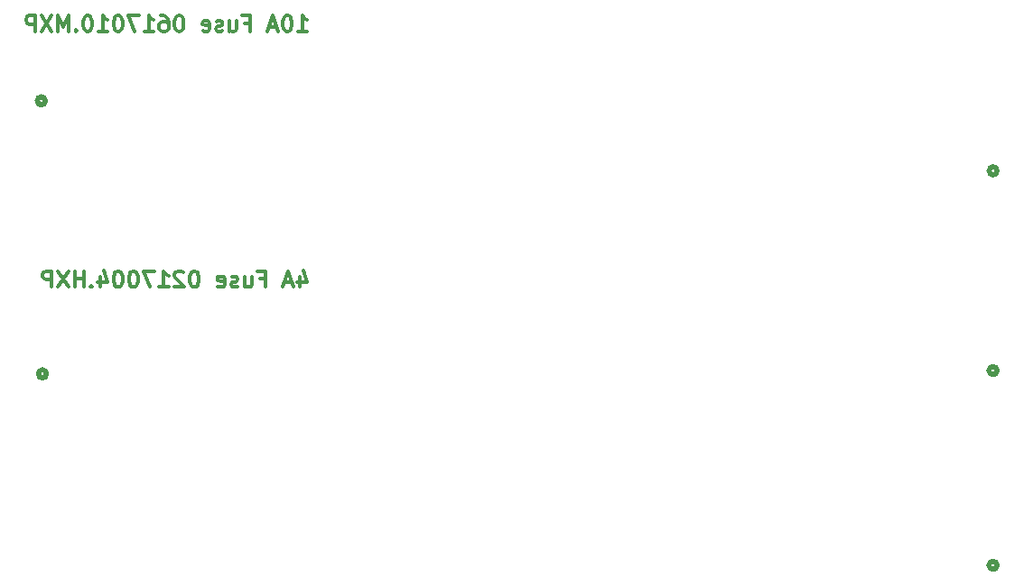
<source format=gbr>
%TF.GenerationSoftware,KiCad,Pcbnew,7.0.8*%
%TF.CreationDate,2024-04-29T16:46:22-06:00*%
%TF.ProjectId,GR-LRR-POWER-PCB-LOW-VOLTAGE,47522d4c-5252-42d5-904f-5745522d5043,rev?*%
%TF.SameCoordinates,Original*%
%TF.FileFunction,Legend,Bot*%
%TF.FilePolarity,Positive*%
%FSLAX46Y46*%
G04 Gerber Fmt 4.6, Leading zero omitted, Abs format (unit mm)*
G04 Created by KiCad (PCBNEW 7.0.8) date 2024-04-29 16:46:22*
%MOMM*%
%LPD*%
G01*
G04 APERTURE LIST*
%ADD10C,0.300000*%
%ADD11C,0.508000*%
G04 APERTURE END LIST*
D10*
X150285774Y-109852828D02*
X151142917Y-109852828D01*
X150714346Y-109852828D02*
X150714346Y-108352828D01*
X150714346Y-108352828D02*
X150857203Y-108567114D01*
X150857203Y-108567114D02*
X151000060Y-108709971D01*
X151000060Y-108709971D02*
X151142917Y-108781400D01*
X149357203Y-108352828D02*
X149214346Y-108352828D01*
X149214346Y-108352828D02*
X149071489Y-108424257D01*
X149071489Y-108424257D02*
X149000061Y-108495685D01*
X149000061Y-108495685D02*
X148928632Y-108638542D01*
X148928632Y-108638542D02*
X148857203Y-108924257D01*
X148857203Y-108924257D02*
X148857203Y-109281400D01*
X148857203Y-109281400D02*
X148928632Y-109567114D01*
X148928632Y-109567114D02*
X149000061Y-109709971D01*
X149000061Y-109709971D02*
X149071489Y-109781400D01*
X149071489Y-109781400D02*
X149214346Y-109852828D01*
X149214346Y-109852828D02*
X149357203Y-109852828D01*
X149357203Y-109852828D02*
X149500061Y-109781400D01*
X149500061Y-109781400D02*
X149571489Y-109709971D01*
X149571489Y-109709971D02*
X149642918Y-109567114D01*
X149642918Y-109567114D02*
X149714346Y-109281400D01*
X149714346Y-109281400D02*
X149714346Y-108924257D01*
X149714346Y-108924257D02*
X149642918Y-108638542D01*
X149642918Y-108638542D02*
X149571489Y-108495685D01*
X149571489Y-108495685D02*
X149500061Y-108424257D01*
X149500061Y-108424257D02*
X149357203Y-108352828D01*
X148285775Y-109424257D02*
X147571490Y-109424257D01*
X148428632Y-109852828D02*
X147928632Y-108352828D01*
X147928632Y-108352828D02*
X147428632Y-109852828D01*
X145285776Y-109067114D02*
X145785776Y-109067114D01*
X145785776Y-109852828D02*
X145785776Y-108352828D01*
X145785776Y-108352828D02*
X145071490Y-108352828D01*
X143857205Y-108852828D02*
X143857205Y-109852828D01*
X144500062Y-108852828D02*
X144500062Y-109638542D01*
X144500062Y-109638542D02*
X144428633Y-109781400D01*
X144428633Y-109781400D02*
X144285776Y-109852828D01*
X144285776Y-109852828D02*
X144071490Y-109852828D01*
X144071490Y-109852828D02*
X143928633Y-109781400D01*
X143928633Y-109781400D02*
X143857205Y-109709971D01*
X143214347Y-109781400D02*
X143071490Y-109852828D01*
X143071490Y-109852828D02*
X142785776Y-109852828D01*
X142785776Y-109852828D02*
X142642919Y-109781400D01*
X142642919Y-109781400D02*
X142571490Y-109638542D01*
X142571490Y-109638542D02*
X142571490Y-109567114D01*
X142571490Y-109567114D02*
X142642919Y-109424257D01*
X142642919Y-109424257D02*
X142785776Y-109352828D01*
X142785776Y-109352828D02*
X143000062Y-109352828D01*
X143000062Y-109352828D02*
X143142919Y-109281400D01*
X143142919Y-109281400D02*
X143214347Y-109138542D01*
X143214347Y-109138542D02*
X143214347Y-109067114D01*
X143214347Y-109067114D02*
X143142919Y-108924257D01*
X143142919Y-108924257D02*
X143000062Y-108852828D01*
X143000062Y-108852828D02*
X142785776Y-108852828D01*
X142785776Y-108852828D02*
X142642919Y-108924257D01*
X141357204Y-109781400D02*
X141500061Y-109852828D01*
X141500061Y-109852828D02*
X141785776Y-109852828D01*
X141785776Y-109852828D02*
X141928633Y-109781400D01*
X141928633Y-109781400D02*
X142000061Y-109638542D01*
X142000061Y-109638542D02*
X142000061Y-109067114D01*
X142000061Y-109067114D02*
X141928633Y-108924257D01*
X141928633Y-108924257D02*
X141785776Y-108852828D01*
X141785776Y-108852828D02*
X141500061Y-108852828D01*
X141500061Y-108852828D02*
X141357204Y-108924257D01*
X141357204Y-108924257D02*
X141285776Y-109067114D01*
X141285776Y-109067114D02*
X141285776Y-109209971D01*
X141285776Y-109209971D02*
X142000061Y-109352828D01*
X139214347Y-108352828D02*
X139071490Y-108352828D01*
X139071490Y-108352828D02*
X138928633Y-108424257D01*
X138928633Y-108424257D02*
X138857205Y-108495685D01*
X138857205Y-108495685D02*
X138785776Y-108638542D01*
X138785776Y-108638542D02*
X138714347Y-108924257D01*
X138714347Y-108924257D02*
X138714347Y-109281400D01*
X138714347Y-109281400D02*
X138785776Y-109567114D01*
X138785776Y-109567114D02*
X138857205Y-109709971D01*
X138857205Y-109709971D02*
X138928633Y-109781400D01*
X138928633Y-109781400D02*
X139071490Y-109852828D01*
X139071490Y-109852828D02*
X139214347Y-109852828D01*
X139214347Y-109852828D02*
X139357205Y-109781400D01*
X139357205Y-109781400D02*
X139428633Y-109709971D01*
X139428633Y-109709971D02*
X139500062Y-109567114D01*
X139500062Y-109567114D02*
X139571490Y-109281400D01*
X139571490Y-109281400D02*
X139571490Y-108924257D01*
X139571490Y-108924257D02*
X139500062Y-108638542D01*
X139500062Y-108638542D02*
X139428633Y-108495685D01*
X139428633Y-108495685D02*
X139357205Y-108424257D01*
X139357205Y-108424257D02*
X139214347Y-108352828D01*
X137428634Y-108352828D02*
X137714348Y-108352828D01*
X137714348Y-108352828D02*
X137857205Y-108424257D01*
X137857205Y-108424257D02*
X137928634Y-108495685D01*
X137928634Y-108495685D02*
X138071491Y-108709971D01*
X138071491Y-108709971D02*
X138142919Y-108995685D01*
X138142919Y-108995685D02*
X138142919Y-109567114D01*
X138142919Y-109567114D02*
X138071491Y-109709971D01*
X138071491Y-109709971D02*
X138000062Y-109781400D01*
X138000062Y-109781400D02*
X137857205Y-109852828D01*
X137857205Y-109852828D02*
X137571491Y-109852828D01*
X137571491Y-109852828D02*
X137428634Y-109781400D01*
X137428634Y-109781400D02*
X137357205Y-109709971D01*
X137357205Y-109709971D02*
X137285776Y-109567114D01*
X137285776Y-109567114D02*
X137285776Y-109209971D01*
X137285776Y-109209971D02*
X137357205Y-109067114D01*
X137357205Y-109067114D02*
X137428634Y-108995685D01*
X137428634Y-108995685D02*
X137571491Y-108924257D01*
X137571491Y-108924257D02*
X137857205Y-108924257D01*
X137857205Y-108924257D02*
X138000062Y-108995685D01*
X138000062Y-108995685D02*
X138071491Y-109067114D01*
X138071491Y-109067114D02*
X138142919Y-109209971D01*
X135857205Y-109852828D02*
X136714348Y-109852828D01*
X136285777Y-109852828D02*
X136285777Y-108352828D01*
X136285777Y-108352828D02*
X136428634Y-108567114D01*
X136428634Y-108567114D02*
X136571491Y-108709971D01*
X136571491Y-108709971D02*
X136714348Y-108781400D01*
X135357206Y-108352828D02*
X134357206Y-108352828D01*
X134357206Y-108352828D02*
X135000063Y-109852828D01*
X133500063Y-108352828D02*
X133357206Y-108352828D01*
X133357206Y-108352828D02*
X133214349Y-108424257D01*
X133214349Y-108424257D02*
X133142921Y-108495685D01*
X133142921Y-108495685D02*
X133071492Y-108638542D01*
X133071492Y-108638542D02*
X133000063Y-108924257D01*
X133000063Y-108924257D02*
X133000063Y-109281400D01*
X133000063Y-109281400D02*
X133071492Y-109567114D01*
X133071492Y-109567114D02*
X133142921Y-109709971D01*
X133142921Y-109709971D02*
X133214349Y-109781400D01*
X133214349Y-109781400D02*
X133357206Y-109852828D01*
X133357206Y-109852828D02*
X133500063Y-109852828D01*
X133500063Y-109852828D02*
X133642921Y-109781400D01*
X133642921Y-109781400D02*
X133714349Y-109709971D01*
X133714349Y-109709971D02*
X133785778Y-109567114D01*
X133785778Y-109567114D02*
X133857206Y-109281400D01*
X133857206Y-109281400D02*
X133857206Y-108924257D01*
X133857206Y-108924257D02*
X133785778Y-108638542D01*
X133785778Y-108638542D02*
X133714349Y-108495685D01*
X133714349Y-108495685D02*
X133642921Y-108424257D01*
X133642921Y-108424257D02*
X133500063Y-108352828D01*
X131571492Y-109852828D02*
X132428635Y-109852828D01*
X132000064Y-109852828D02*
X132000064Y-108352828D01*
X132000064Y-108352828D02*
X132142921Y-108567114D01*
X132142921Y-108567114D02*
X132285778Y-108709971D01*
X132285778Y-108709971D02*
X132428635Y-108781400D01*
X130642921Y-108352828D02*
X130500064Y-108352828D01*
X130500064Y-108352828D02*
X130357207Y-108424257D01*
X130357207Y-108424257D02*
X130285779Y-108495685D01*
X130285779Y-108495685D02*
X130214350Y-108638542D01*
X130214350Y-108638542D02*
X130142921Y-108924257D01*
X130142921Y-108924257D02*
X130142921Y-109281400D01*
X130142921Y-109281400D02*
X130214350Y-109567114D01*
X130214350Y-109567114D02*
X130285779Y-109709971D01*
X130285779Y-109709971D02*
X130357207Y-109781400D01*
X130357207Y-109781400D02*
X130500064Y-109852828D01*
X130500064Y-109852828D02*
X130642921Y-109852828D01*
X130642921Y-109852828D02*
X130785779Y-109781400D01*
X130785779Y-109781400D02*
X130857207Y-109709971D01*
X130857207Y-109709971D02*
X130928636Y-109567114D01*
X130928636Y-109567114D02*
X131000064Y-109281400D01*
X131000064Y-109281400D02*
X131000064Y-108924257D01*
X131000064Y-108924257D02*
X130928636Y-108638542D01*
X130928636Y-108638542D02*
X130857207Y-108495685D01*
X130857207Y-108495685D02*
X130785779Y-108424257D01*
X130785779Y-108424257D02*
X130642921Y-108352828D01*
X129500065Y-109709971D02*
X129428636Y-109781400D01*
X129428636Y-109781400D02*
X129500065Y-109852828D01*
X129500065Y-109852828D02*
X129571493Y-109781400D01*
X129571493Y-109781400D02*
X129500065Y-109709971D01*
X129500065Y-109709971D02*
X129500065Y-109852828D01*
X128785779Y-109852828D02*
X128785779Y-108352828D01*
X128785779Y-108352828D02*
X128285779Y-109424257D01*
X128285779Y-109424257D02*
X127785779Y-108352828D01*
X127785779Y-108352828D02*
X127785779Y-109852828D01*
X127214350Y-108352828D02*
X126214350Y-109852828D01*
X126214350Y-108352828D02*
X127214350Y-109852828D01*
X125642922Y-109852828D02*
X125642922Y-108352828D01*
X125642922Y-108352828D02*
X125071493Y-108352828D01*
X125071493Y-108352828D02*
X124928636Y-108424257D01*
X124928636Y-108424257D02*
X124857207Y-108495685D01*
X124857207Y-108495685D02*
X124785779Y-108638542D01*
X124785779Y-108638542D02*
X124785779Y-108852828D01*
X124785779Y-108852828D02*
X124857207Y-108995685D01*
X124857207Y-108995685D02*
X124928636Y-109067114D01*
X124928636Y-109067114D02*
X125071493Y-109138542D01*
X125071493Y-109138542D02*
X125642922Y-109138542D01*
X150428632Y-132852828D02*
X150428632Y-133852828D01*
X150785774Y-132281400D02*
X151142917Y-133352828D01*
X151142917Y-133352828D02*
X150214346Y-133352828D01*
X149714346Y-133424257D02*
X149000061Y-133424257D01*
X149857203Y-133852828D02*
X149357203Y-132352828D01*
X149357203Y-132352828D02*
X148857203Y-133852828D01*
X146714347Y-133067114D02*
X147214347Y-133067114D01*
X147214347Y-133852828D02*
X147214347Y-132352828D01*
X147214347Y-132352828D02*
X146500061Y-132352828D01*
X145285776Y-132852828D02*
X145285776Y-133852828D01*
X145928633Y-132852828D02*
X145928633Y-133638542D01*
X145928633Y-133638542D02*
X145857204Y-133781400D01*
X145857204Y-133781400D02*
X145714347Y-133852828D01*
X145714347Y-133852828D02*
X145500061Y-133852828D01*
X145500061Y-133852828D02*
X145357204Y-133781400D01*
X145357204Y-133781400D02*
X145285776Y-133709971D01*
X144642918Y-133781400D02*
X144500061Y-133852828D01*
X144500061Y-133852828D02*
X144214347Y-133852828D01*
X144214347Y-133852828D02*
X144071490Y-133781400D01*
X144071490Y-133781400D02*
X144000061Y-133638542D01*
X144000061Y-133638542D02*
X144000061Y-133567114D01*
X144000061Y-133567114D02*
X144071490Y-133424257D01*
X144071490Y-133424257D02*
X144214347Y-133352828D01*
X144214347Y-133352828D02*
X144428633Y-133352828D01*
X144428633Y-133352828D02*
X144571490Y-133281400D01*
X144571490Y-133281400D02*
X144642918Y-133138542D01*
X144642918Y-133138542D02*
X144642918Y-133067114D01*
X144642918Y-133067114D02*
X144571490Y-132924257D01*
X144571490Y-132924257D02*
X144428633Y-132852828D01*
X144428633Y-132852828D02*
X144214347Y-132852828D01*
X144214347Y-132852828D02*
X144071490Y-132924257D01*
X142785775Y-133781400D02*
X142928632Y-133852828D01*
X142928632Y-133852828D02*
X143214347Y-133852828D01*
X143214347Y-133852828D02*
X143357204Y-133781400D01*
X143357204Y-133781400D02*
X143428632Y-133638542D01*
X143428632Y-133638542D02*
X143428632Y-133067114D01*
X143428632Y-133067114D02*
X143357204Y-132924257D01*
X143357204Y-132924257D02*
X143214347Y-132852828D01*
X143214347Y-132852828D02*
X142928632Y-132852828D01*
X142928632Y-132852828D02*
X142785775Y-132924257D01*
X142785775Y-132924257D02*
X142714347Y-133067114D01*
X142714347Y-133067114D02*
X142714347Y-133209971D01*
X142714347Y-133209971D02*
X143428632Y-133352828D01*
X140642918Y-132352828D02*
X140500061Y-132352828D01*
X140500061Y-132352828D02*
X140357204Y-132424257D01*
X140357204Y-132424257D02*
X140285776Y-132495685D01*
X140285776Y-132495685D02*
X140214347Y-132638542D01*
X140214347Y-132638542D02*
X140142918Y-132924257D01*
X140142918Y-132924257D02*
X140142918Y-133281400D01*
X140142918Y-133281400D02*
X140214347Y-133567114D01*
X140214347Y-133567114D02*
X140285776Y-133709971D01*
X140285776Y-133709971D02*
X140357204Y-133781400D01*
X140357204Y-133781400D02*
X140500061Y-133852828D01*
X140500061Y-133852828D02*
X140642918Y-133852828D01*
X140642918Y-133852828D02*
X140785776Y-133781400D01*
X140785776Y-133781400D02*
X140857204Y-133709971D01*
X140857204Y-133709971D02*
X140928633Y-133567114D01*
X140928633Y-133567114D02*
X141000061Y-133281400D01*
X141000061Y-133281400D02*
X141000061Y-132924257D01*
X141000061Y-132924257D02*
X140928633Y-132638542D01*
X140928633Y-132638542D02*
X140857204Y-132495685D01*
X140857204Y-132495685D02*
X140785776Y-132424257D01*
X140785776Y-132424257D02*
X140642918Y-132352828D01*
X139571490Y-132495685D02*
X139500062Y-132424257D01*
X139500062Y-132424257D02*
X139357205Y-132352828D01*
X139357205Y-132352828D02*
X139000062Y-132352828D01*
X139000062Y-132352828D02*
X138857205Y-132424257D01*
X138857205Y-132424257D02*
X138785776Y-132495685D01*
X138785776Y-132495685D02*
X138714347Y-132638542D01*
X138714347Y-132638542D02*
X138714347Y-132781400D01*
X138714347Y-132781400D02*
X138785776Y-132995685D01*
X138785776Y-132995685D02*
X139642919Y-133852828D01*
X139642919Y-133852828D02*
X138714347Y-133852828D01*
X137285776Y-133852828D02*
X138142919Y-133852828D01*
X137714348Y-133852828D02*
X137714348Y-132352828D01*
X137714348Y-132352828D02*
X137857205Y-132567114D01*
X137857205Y-132567114D02*
X138000062Y-132709971D01*
X138000062Y-132709971D02*
X138142919Y-132781400D01*
X136785777Y-132352828D02*
X135785777Y-132352828D01*
X135785777Y-132352828D02*
X136428634Y-133852828D01*
X134928634Y-132352828D02*
X134785777Y-132352828D01*
X134785777Y-132352828D02*
X134642920Y-132424257D01*
X134642920Y-132424257D02*
X134571492Y-132495685D01*
X134571492Y-132495685D02*
X134500063Y-132638542D01*
X134500063Y-132638542D02*
X134428634Y-132924257D01*
X134428634Y-132924257D02*
X134428634Y-133281400D01*
X134428634Y-133281400D02*
X134500063Y-133567114D01*
X134500063Y-133567114D02*
X134571492Y-133709971D01*
X134571492Y-133709971D02*
X134642920Y-133781400D01*
X134642920Y-133781400D02*
X134785777Y-133852828D01*
X134785777Y-133852828D02*
X134928634Y-133852828D01*
X134928634Y-133852828D02*
X135071492Y-133781400D01*
X135071492Y-133781400D02*
X135142920Y-133709971D01*
X135142920Y-133709971D02*
X135214349Y-133567114D01*
X135214349Y-133567114D02*
X135285777Y-133281400D01*
X135285777Y-133281400D02*
X135285777Y-132924257D01*
X135285777Y-132924257D02*
X135214349Y-132638542D01*
X135214349Y-132638542D02*
X135142920Y-132495685D01*
X135142920Y-132495685D02*
X135071492Y-132424257D01*
X135071492Y-132424257D02*
X134928634Y-132352828D01*
X133500063Y-132352828D02*
X133357206Y-132352828D01*
X133357206Y-132352828D02*
X133214349Y-132424257D01*
X133214349Y-132424257D02*
X133142921Y-132495685D01*
X133142921Y-132495685D02*
X133071492Y-132638542D01*
X133071492Y-132638542D02*
X133000063Y-132924257D01*
X133000063Y-132924257D02*
X133000063Y-133281400D01*
X133000063Y-133281400D02*
X133071492Y-133567114D01*
X133071492Y-133567114D02*
X133142921Y-133709971D01*
X133142921Y-133709971D02*
X133214349Y-133781400D01*
X133214349Y-133781400D02*
X133357206Y-133852828D01*
X133357206Y-133852828D02*
X133500063Y-133852828D01*
X133500063Y-133852828D02*
X133642921Y-133781400D01*
X133642921Y-133781400D02*
X133714349Y-133709971D01*
X133714349Y-133709971D02*
X133785778Y-133567114D01*
X133785778Y-133567114D02*
X133857206Y-133281400D01*
X133857206Y-133281400D02*
X133857206Y-132924257D01*
X133857206Y-132924257D02*
X133785778Y-132638542D01*
X133785778Y-132638542D02*
X133714349Y-132495685D01*
X133714349Y-132495685D02*
X133642921Y-132424257D01*
X133642921Y-132424257D02*
X133500063Y-132352828D01*
X131714350Y-132852828D02*
X131714350Y-133852828D01*
X132071492Y-132281400D02*
X132428635Y-133352828D01*
X132428635Y-133352828D02*
X131500064Y-133352828D01*
X130928636Y-133709971D02*
X130857207Y-133781400D01*
X130857207Y-133781400D02*
X130928636Y-133852828D01*
X130928636Y-133852828D02*
X131000064Y-133781400D01*
X131000064Y-133781400D02*
X130928636Y-133709971D01*
X130928636Y-133709971D02*
X130928636Y-133852828D01*
X130214350Y-133852828D02*
X130214350Y-132352828D01*
X130214350Y-133067114D02*
X129357207Y-133067114D01*
X129357207Y-133852828D02*
X129357207Y-132352828D01*
X128785778Y-132352828D02*
X127785778Y-133852828D01*
X127785778Y-132352828D02*
X128785778Y-133852828D01*
X127214350Y-133852828D02*
X127214350Y-132352828D01*
X127214350Y-132352828D02*
X126642921Y-132352828D01*
X126642921Y-132352828D02*
X126500064Y-132424257D01*
X126500064Y-132424257D02*
X126428635Y-132495685D01*
X126428635Y-132495685D02*
X126357207Y-132638542D01*
X126357207Y-132638542D02*
X126357207Y-132852828D01*
X126357207Y-132852828D02*
X126428635Y-132995685D01*
X126428635Y-132995685D02*
X126500064Y-133067114D01*
X126500064Y-133067114D02*
X126642921Y-133138542D01*
X126642921Y-133138542D02*
X127214350Y-133138542D01*
D11*
%TO.C,J5*%
X215843001Y-159980599D02*
G75*
G03*
X215843001Y-159980599I-381000J0D01*
G01*
%TO.C,J3*%
X215843001Y-122936599D02*
G75*
G03*
X215843001Y-122936599I-381000J0D01*
G01*
%TO.C,J4*%
X215843001Y-141692599D02*
G75*
G03*
X215843001Y-141692599I-381000J0D01*
G01*
%TO.C,J2*%
X126705999Y-142011801D02*
G75*
G03*
X126705999Y-142011801I-381000J0D01*
G01*
%TO.C,J1*%
X126604200Y-116363300D02*
G75*
G03*
X126604200Y-116363300I-381000J0D01*
G01*
%TD*%
M02*

</source>
